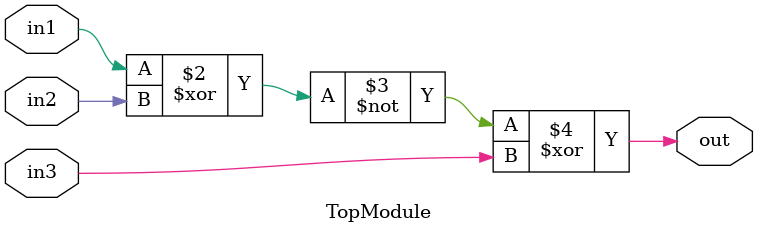
<source format=sv>

module TopModule (
    input in1,
    input in2,
    input in3,
    output reg out
);

always @(*) begin
    out = ~(in1 ^ in2) ^ in3;
end

endmodule
</source>
